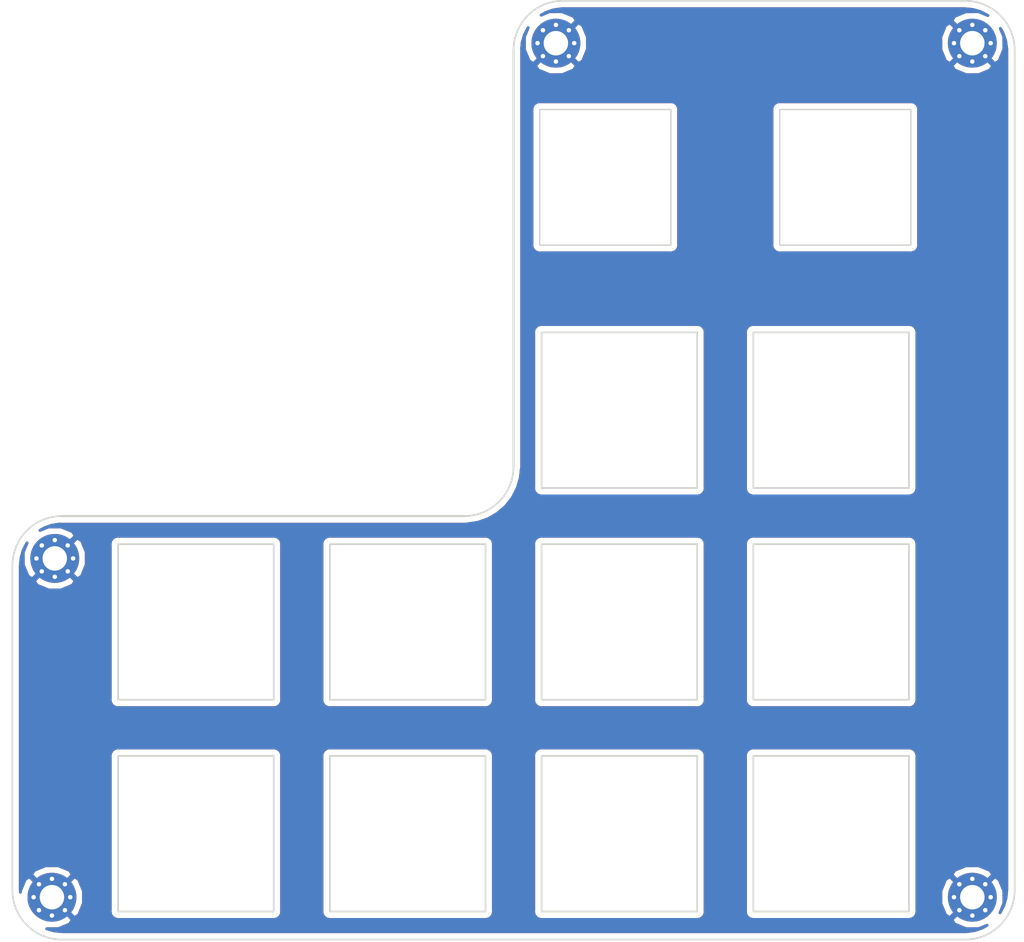
<source format=kicad_pcb>
(kicad_pcb (version 20171130) (host pcbnew 5.0.2-bee76a0~70~ubuntu18.04.1)

  (general
    (thickness 1.6)
    (drawings 14)
    (tracks 0)
    (zones 0)
    (modules 17)
    (nets 2)
  )

  (page A4)
  (layers
    (0 F.Cu signal)
    (31 B.Cu signal)
    (32 B.Adhes user)
    (33 F.Adhes user)
    (34 B.Paste user)
    (35 F.Paste user)
    (36 B.SilkS user)
    (37 F.SilkS user)
    (38 B.Mask user)
    (39 F.Mask user)
    (40 Dwgs.User user)
    (41 Cmts.User user)
    (42 Eco1.User user)
    (43 Eco2.User user)
    (44 Edge.Cuts user)
    (45 Margin user)
    (46 B.CrtYd user)
    (47 F.CrtYd user)
    (48 B.Fab user)
    (49 F.Fab user)
  )

  (setup
    (last_trace_width 0.25)
    (trace_clearance 0.2)
    (zone_clearance 0.508)
    (zone_45_only no)
    (trace_min 0.2)
    (segment_width 0.2)
    (edge_width 0.15)
    (via_size 0.8)
    (via_drill 0.4)
    (via_min_size 0.4)
    (via_min_drill 0.3)
    (uvia_size 0.3)
    (uvia_drill 0.1)
    (uvias_allowed no)
    (uvia_min_size 0.2)
    (uvia_min_drill 0.1)
    (pcb_text_width 0.3)
    (pcb_text_size 1.5 1.5)
    (mod_edge_width 0.15)
    (mod_text_size 1 1)
    (mod_text_width 0.15)
    (pad_size 4.8 4.8)
    (pad_drill 4.8)
    (pad_to_mask_clearance 0.051)
    (solder_mask_min_width 0.25)
    (aux_axis_origin 0 0)
    (visible_elements FFFFFF7F)
    (pcbplotparams
      (layerselection 0x010fc_ffffffff)
      (usegerberextensions false)
      (usegerberattributes false)
      (usegerberadvancedattributes false)
      (creategerberjobfile false)
      (excludeedgelayer true)
      (linewidth 0.100000)
      (plotframeref false)
      (viasonmask false)
      (mode 1)
      (useauxorigin false)
      (hpglpennumber 1)
      (hpglpenspeed 20)
      (hpglpendiameter 15.000000)
      (psnegative false)
      (psa4output false)
      (plotreference true)
      (plotvalue true)
      (plotinvisibletext false)
      (padsonsilk false)
      (subtractmaskfromsilk false)
      (outputformat 1)
      (mirror false)
      (drillshape 1)
      (scaleselection 1)
      (outputdirectory ""))
  )

  (net 0 "")
  (net 1 GND)

  (net_class Default "これはデフォルトのネット クラスです。"
    (clearance 0.2)
    (trace_width 0.25)
    (via_dia 0.8)
    (via_drill 0.4)
    (uvia_dia 0.3)
    (uvia_drill 0.1)
  )

  (net_class PWR ""
    (clearance 0.2)
    (trace_width 0.4)
    (via_dia 0.8)
    (via_drill 0.4)
    (uvia_dia 0.3)
    (uvia_drill 0.1)
    (add_net GND)
  )

  (module Mounting_Holes:MountingHole_2.2mm_M2_Pad_Via (layer F.Cu) (tedit 5E997000) (tstamp 5E955C36)
    (at 130.81 60.325)
    (descr "Mounting Hole 2.2mm, M2")
    (tags "mounting hole 2.2mm m2")
    (path /5E9D8165)
    (attr virtual)
    (fp_text reference J4 (at 0 -3.2) (layer F.SilkS) hide
      (effects (font (size 1 1) (thickness 0.15)))
    )
    (fp_text value Conn_01x01 (at 0 3.2) (layer F.Fab)
      (effects (font (size 1 1) (thickness 0.15)))
    )
    (fp_text user %R (at 0.3 0) (layer F.Fab)
      (effects (font (size 1 1) (thickness 0.15)))
    )
    (fp_circle (center 0 0) (end 2.2 0) (layer Cmts.User) (width 0.15))
    (fp_circle (center 0 0) (end 2.45 0) (layer F.CrtYd) (width 0.05))
    (pad 1 thru_hole circle (at 0 0) (size 4.4 4.4) (drill 2.2) (layers *.Cu *.Mask)
      (net 1 GND))
    (pad 1 thru_hole circle (at 1.65 0) (size 0.7 0.7) (drill 0.4) (layers *.Cu *.Mask)
      (net 1 GND))
    (pad 1 thru_hole circle (at 1.166726 1.166726) (size 0.7 0.7) (drill 0.4) (layers *.Cu *.Mask)
      (net 1 GND))
    (pad 1 thru_hole circle (at 0 1.65) (size 0.7 0.7) (drill 0.4) (layers *.Cu *.Mask)
      (net 1 GND))
    (pad 1 thru_hole circle (at -1.166726 1.166726) (size 0.7 0.7) (drill 0.4) (layers *.Cu *.Mask)
      (net 1 GND))
    (pad 1 thru_hole circle (at -1.65 0) (size 0.7 0.7) (drill 0.4) (layers *.Cu *.Mask)
      (net 1 GND))
    (pad 1 thru_hole circle (at -1.166726 -1.166726) (size 0.7 0.7) (drill 0.4) (layers *.Cu *.Mask)
      (net 1 GND))
    (pad 1 thru_hole circle (at 0 -1.65) (size 0.7 0.7) (drill 0.4) (layers *.Cu *.Mask)
      (net 1 GND))
    (pad 1 thru_hole circle (at 1.166726 -1.166726) (size 0.7 0.7) (drill 0.4) (layers *.Cu *.Mask)
      (net 1 GND))
  )

  (module Mounting_Holes:MountingHole_2.2mm_M2_Pad_Via (layer F.Cu) (tedit 5E996FEC) (tstamp 5E94E0DA)
    (at 130.81 137.16)
    (descr "Mounting Hole 2.2mm, M2")
    (tags "mounting hole 2.2mm m2")
    (path /5E9D816C)
    (attr virtual)
    (fp_text reference J3 (at 0 -3.2) (layer F.SilkS) hide
      (effects (font (size 1 1) (thickness 0.15)))
    )
    (fp_text value Conn_01x01 (at 0 3.2) (layer F.Fab)
      (effects (font (size 1 1) (thickness 0.15)))
    )
    (fp_text user %R (at 0.3 0) (layer F.Fab)
      (effects (font (size 1 1) (thickness 0.15)))
    )
    (fp_circle (center 0 0) (end 2.2 0) (layer Cmts.User) (width 0.15))
    (fp_circle (center 0 0) (end 2.45 0) (layer F.CrtYd) (width 0.05))
    (pad 1 thru_hole circle (at 0 0) (size 4.4 4.4) (drill 2.2) (layers *.Cu *.Mask)
      (net 1 GND))
    (pad 1 thru_hole circle (at 1.65 0) (size 0.7 0.7) (drill 0.4) (layers *.Cu *.Mask)
      (net 1 GND))
    (pad 1 thru_hole circle (at 1.166726 1.166726) (size 0.7 0.7) (drill 0.4) (layers *.Cu *.Mask)
      (net 1 GND))
    (pad 1 thru_hole circle (at 0 1.65) (size 0.7 0.7) (drill 0.4) (layers *.Cu *.Mask)
      (net 1 GND))
    (pad 1 thru_hole circle (at -1.166726 1.166726) (size 0.7 0.7) (drill 0.4) (layers *.Cu *.Mask)
      (net 1 GND))
    (pad 1 thru_hole circle (at -1.65 0) (size 0.7 0.7) (drill 0.4) (layers *.Cu *.Mask)
      (net 1 GND))
    (pad 1 thru_hole circle (at -1.166726 -1.166726) (size 0.7 0.7) (drill 0.4) (layers *.Cu *.Mask)
      (net 1 GND))
    (pad 1 thru_hole circle (at 0 -1.65) (size 0.7 0.7) (drill 0.4) (layers *.Cu *.Mask)
      (net 1 GND))
    (pad 1 thru_hole circle (at 1.166726 -1.166726) (size 0.7 0.7) (drill 0.4) (layers *.Cu *.Mask)
      (net 1 GND))
  )

  (module Mounting_Holes:MountingHole_2.2mm_M2_Pad_Via (layer F.Cu) (tedit 5E996FD0) (tstamp 5E94E0E4)
    (at 48.006 137.16)
    (descr "Mounting Hole 2.2mm, M2")
    (tags "mounting hole 2.2mm m2")
    (path /5E9D815E)
    (attr virtual)
    (fp_text reference J5 (at 0 -3.2) (layer F.SilkS) hide
      (effects (font (size 1 1) (thickness 0.15)))
    )
    (fp_text value Conn_01x01 (at 0 3.2) (layer F.Fab)
      (effects (font (size 1 1) (thickness 0.15)))
    )
    (fp_text user %R (at 0.3 0) (layer F.Fab)
      (effects (font (size 1 1) (thickness 0.15)))
    )
    (fp_circle (center 0 0) (end 2.2 0) (layer Cmts.User) (width 0.15))
    (fp_circle (center 0 0) (end 2.45 0) (layer F.CrtYd) (width 0.05))
    (pad 1 thru_hole circle (at 0 0) (size 4.4 4.4) (drill 2.2) (layers *.Cu *.Mask)
      (net 1 GND))
    (pad 1 thru_hole circle (at 1.65 0) (size 0.7 0.7) (drill 0.4) (layers *.Cu *.Mask)
      (net 1 GND))
    (pad 1 thru_hole circle (at 1.166726 1.166726) (size 0.7 0.7) (drill 0.4) (layers *.Cu *.Mask)
      (net 1 GND))
    (pad 1 thru_hole circle (at 0 1.65) (size 0.7 0.7) (drill 0.4) (layers *.Cu *.Mask)
      (net 1 GND))
    (pad 1 thru_hole circle (at -1.166726 1.166726) (size 0.7 0.7) (drill 0.4) (layers *.Cu *.Mask)
      (net 1 GND))
    (pad 1 thru_hole circle (at -1.65 0) (size 0.7 0.7) (drill 0.4) (layers *.Cu *.Mask)
      (net 1 GND))
    (pad 1 thru_hole circle (at -1.166726 -1.166726) (size 0.7 0.7) (drill 0.4) (layers *.Cu *.Mask)
      (net 1 GND))
    (pad 1 thru_hole circle (at 0 -1.65) (size 0.7 0.7) (drill 0.4) (layers *.Cu *.Mask)
      (net 1 GND))
    (pad 1 thru_hole circle (at 1.166726 -1.166726) (size 0.7 0.7) (drill 0.4) (layers *.Cu *.Mask)
      (net 1 GND))
  )

  (module Mounting_Holes:MountingHole_2.2mm_M2_Pad_Via (layer F.Cu) (tedit 5E996FF4) (tstamp 5E94F69B)
    (at 48.26 106.68)
    (descr "Mounting Hole 2.2mm, M2")
    (tags "mounting hole 2.2mm m2")
    (path /5EA4407E)
    (attr virtual)
    (fp_text reference J2 (at 0 -3.2) (layer F.SilkS) hide
      (effects (font (size 1 1) (thickness 0.15)))
    )
    (fp_text value Conn_01x01 (at 0 3.2) (layer F.Fab)
      (effects (font (size 1 1) (thickness 0.15)))
    )
    (fp_text user %R (at 0.3 0) (layer F.Fab)
      (effects (font (size 1 1) (thickness 0.15)))
    )
    (fp_circle (center 0 0) (end 2.2 0) (layer Cmts.User) (width 0.15))
    (fp_circle (center 0 0) (end 2.45 0) (layer F.CrtYd) (width 0.05))
    (pad 1 thru_hole circle (at 0 0) (size 4.4 4.4) (drill 2.2) (layers *.Cu *.Mask)
      (net 1 GND))
    (pad 1 thru_hole circle (at 1.65 0) (size 0.7 0.7) (drill 0.4) (layers *.Cu *.Mask)
      (net 1 GND))
    (pad 1 thru_hole circle (at 1.166726 1.166726) (size 0.7 0.7) (drill 0.4) (layers *.Cu *.Mask)
      (net 1 GND))
    (pad 1 thru_hole circle (at 0 1.65) (size 0.7 0.7) (drill 0.4) (layers *.Cu *.Mask)
      (net 1 GND))
    (pad 1 thru_hole circle (at -1.166726 1.166726) (size 0.7 0.7) (drill 0.4) (layers *.Cu *.Mask)
      (net 1 GND))
    (pad 1 thru_hole circle (at -1.65 0) (size 0.7 0.7) (drill 0.4) (layers *.Cu *.Mask)
      (net 1 GND))
    (pad 1 thru_hole circle (at -1.166726 -1.166726) (size 0.7 0.7) (drill 0.4) (layers *.Cu *.Mask)
      (net 1 GND))
    (pad 1 thru_hole circle (at 0 -1.65) (size 0.7 0.7) (drill 0.4) (layers *.Cu *.Mask)
      (net 1 GND))
    (pad 1 thru_hole circle (at 1.166726 -1.166726) (size 0.7 0.7) (drill 0.4) (layers *.Cu *.Mask)
      (net 1 GND))
  )

  (module Mounting_Holes:MountingHole_2.2mm_M2_Pad_Via (layer F.Cu) (tedit 5E996FFA) (tstamp 5E95821C)
    (at 93.345 60.325)
    (descr "Mounting Hole 2.2mm, M2")
    (tags "mounting hole 2.2mm m2")
    (path /5E9D8157)
    (attr virtual)
    (fp_text reference J6 (at 0 -3.2) (layer F.SilkS) hide
      (effects (font (size 1 1) (thickness 0.15)))
    )
    (fp_text value Conn_01x01 (at 0 3.2) (layer F.Fab)
      (effects (font (size 1 1) (thickness 0.15)))
    )
    (fp_text user %R (at 0.3 0) (layer F.Fab)
      (effects (font (size 1 1) (thickness 0.15)))
    )
    (fp_circle (center 0 0) (end 2.2 0) (layer Cmts.User) (width 0.15))
    (fp_circle (center 0 0) (end 2.45 0) (layer F.CrtYd) (width 0.05))
    (pad 1 thru_hole circle (at 0 0) (size 4.4 4.4) (drill 2.2) (layers *.Cu *.Mask)
      (net 1 GND))
    (pad 1 thru_hole circle (at 1.65 0) (size 0.7 0.7) (drill 0.4) (layers *.Cu *.Mask)
      (net 1 GND))
    (pad 1 thru_hole circle (at 1.166726 1.166726) (size 0.7 0.7) (drill 0.4) (layers *.Cu *.Mask)
      (net 1 GND))
    (pad 1 thru_hole circle (at 0 1.65) (size 0.7 0.7) (drill 0.4) (layers *.Cu *.Mask)
      (net 1 GND))
    (pad 1 thru_hole circle (at -1.166726 1.166726) (size 0.7 0.7) (drill 0.4) (layers *.Cu *.Mask)
      (net 1 GND))
    (pad 1 thru_hole circle (at -1.65 0) (size 0.7 0.7) (drill 0.4) (layers *.Cu *.Mask)
      (net 1 GND))
    (pad 1 thru_hole circle (at -1.166726 -1.166726) (size 0.7 0.7) (drill 0.4) (layers *.Cu *.Mask)
      (net 1 GND))
    (pad 1 thru_hole circle (at 0 -1.65) (size 0.7 0.7) (drill 0.4) (layers *.Cu *.Mask)
      (net 1 GND))
    (pad 1 thru_hole circle (at 1.166726 -1.166726) (size 0.7 0.7) (drill 0.4) (layers *.Cu *.Mask)
      (net 1 GND))
  )

  (module keyboard:RotaryEncoder_Cuts (layer F.Cu) (tedit 5E995800) (tstamp 5E93692B)
    (at 97.79 72.39 270)
    (descr "Alps rotary encoder, EC12E... with switch, vertical shaft, http://www.alps.com/prod/info/E/HTML/Encoder/Incremental/EC11/EC11E15204A3.html")
    (tags "rotary encoder")
    (path /5E933A55)
    (fp_text reference SW1 (at -4.7 -7.2 270) (layer F.Fab)
      (effects (font (size 1 1) (thickness 0.15)))
    )
    (fp_text value Rotary_Encoder_Switch (at 0 7.9 270) (layer F.Fab)
      (effects (font (size 1 1) (thickness 0.15)))
    )
    (fp_circle (center 0 0) (end 3 0) (layer F.Fab) (width 0.12))
    (fp_line (start 8.5 7.1) (end -9 7.1) (layer F.CrtYd) (width 0.05))
    (fp_line (start 8.5 7.1) (end 8.5 -7.1) (layer F.CrtYd) (width 0.05))
    (fp_line (start -9 -7.1) (end -9 7.1) (layer F.CrtYd) (width 0.05))
    (fp_line (start -9 -7.1) (end 8.5 -7.1) (layer F.CrtYd) (width 0.05))
    (fp_line (start -5 -5.8) (end 6 -5.8) (layer F.Fab) (width 0.12))
    (fp_line (start 6 -5.8) (end 6 5.8) (layer F.Fab) (width 0.12))
    (fp_line (start 6 5.8) (end -6 5.8) (layer F.Fab) (width 0.12))
    (fp_line (start -6 5.8) (end -6 -4.7) (layer F.Fab) (width 0.12))
    (fp_line (start -6 -4.7) (end -5 -5.8) (layer F.Fab) (width 0.12))
    (fp_line (start 6.1 5.9) (end -6.1 5.9) (layer Edge.Cuts) (width 0.12))
    (fp_line (start 6.1 -5.9) (end -6.1 -5.9) (layer Edge.Cuts) (width 0.12))
    (fp_line (start -6.1 -5.9) (end -6.1 5.9) (layer Edge.Cuts) (width 0.12))
    (fp_line (start 6.1 -5.9) (end 6.1 5.9) (layer Edge.Cuts) (width 0.12))
    (fp_line (start 0 -3) (end 0 3) (layer F.Fab) (width 0.12))
    (fp_line (start -3 0) (end 3 0) (layer F.Fab) (width 0.12))
    (fp_text user %R (at 3.6 3.8 270) (layer F.Fab)
      (effects (font (size 1 1) (thickness 0.15)))
    )
    (model ${KISYS3DMOD}/Rotary_Encoder.3dshapes/RotaryEncoder_Alps_EC11E-Switch_Vertical_H20mm.wrl
      (at (xyz 0 0 0))
      (scale (xyz 1 1 1))
      (rotate (xyz 0 0 0))
    )
  )

  (module keyboard:RotaryEncoder_Cuts (layer F.Cu) (tedit 5E995800) (tstamp 5E936951)
    (at 119.38 72.39 270)
    (descr "Alps rotary encoder, EC12E... with switch, vertical shaft, http://www.alps.com/prod/info/E/HTML/Encoder/Incremental/EC11/EC11E15204A3.html")
    (tags "rotary encoder")
    (path /5E933AE9)
    (fp_text reference SW2 (at -4.7 -7.2 270) (layer F.Fab)
      (effects (font (size 1 1) (thickness 0.15)))
    )
    (fp_text value Rotary_Encoder_Switch (at 0 7.9 270) (layer F.Fab)
      (effects (font (size 1 1) (thickness 0.15)))
    )
    (fp_circle (center 0 0) (end 3 0) (layer F.Fab) (width 0.12))
    (fp_line (start 8.5 7.1) (end -9 7.1) (layer F.CrtYd) (width 0.05))
    (fp_line (start 8.5 7.1) (end 8.5 -7.1) (layer F.CrtYd) (width 0.05))
    (fp_line (start -9 -7.1) (end -9 7.1) (layer F.CrtYd) (width 0.05))
    (fp_line (start -9 -7.1) (end 8.5 -7.1) (layer F.CrtYd) (width 0.05))
    (fp_line (start -5 -5.8) (end 6 -5.8) (layer F.Fab) (width 0.12))
    (fp_line (start 6 -5.8) (end 6 5.8) (layer F.Fab) (width 0.12))
    (fp_line (start 6 5.8) (end -6 5.8) (layer F.Fab) (width 0.12))
    (fp_line (start -6 5.8) (end -6 -4.7) (layer F.Fab) (width 0.12))
    (fp_line (start -6 -4.7) (end -5 -5.8) (layer F.Fab) (width 0.12))
    (fp_line (start 6.1 5.9) (end -6.1 5.9) (layer Edge.Cuts) (width 0.12))
    (fp_line (start 6.1 -5.9) (end -6.1 -5.9) (layer Edge.Cuts) (width 0.12))
    (fp_line (start -6.1 -5.9) (end -6.1 5.9) (layer Edge.Cuts) (width 0.12))
    (fp_line (start 6.1 -5.9) (end 6.1 5.9) (layer Edge.Cuts) (width 0.12))
    (fp_line (start 0 -3) (end 0 3) (layer F.Fab) (width 0.12))
    (fp_line (start -3 0) (end 3 0) (layer F.Fab) (width 0.12))
    (fp_text user %R (at 3.6 3.8 270) (layer F.Fab)
      (effects (font (size 1 1) (thickness 0.15)))
    )
    (model ${KISYS3DMOD}/Rotary_Encoder.3dshapes/RotaryEncoder_Alps_EC11E-Switch_Vertical_H20mm.wrl
      (at (xyz 0 0 0))
      (scale (xyz 1 1 1))
      (rotate (xyz 0 0 0))
    )
  )

  (module keyboard:Switch_Cuts (layer F.Cu) (tedit 5DEF9802) (tstamp 5E94CC0E)
    (at 118.11 93.345 180)
    (path /5E9341FB)
    (fp_text reference SW4 (at 7.1 8.2 180) (layer F.SilkS) hide
      (effects (font (size 1 1) (thickness 0.15)))
    )
    (fp_text value SW_PUSH (at -4.8 8.3 180) (layer F.Fab) hide
      (effects (font (size 1 1) (thickness 0.15)))
    )
    (fp_line (start -9.525 -9.525) (end 9.525 -9.525) (layer Dwgs.User) (width 0.15))
    (fp_line (start 9.525 -9.525) (end 9.525 9.525) (layer Dwgs.User) (width 0.15))
    (fp_line (start 9.525 9.525) (end -9.525 9.525) (layer Dwgs.User) (width 0.15))
    (fp_line (start -9.525 9.525) (end -9.525 -9.525) (layer Dwgs.User) (width 0.15))
    (fp_line (start -7 -7) (end -7 7) (layer Edge.Cuts) (width 0.15))
    (fp_line (start -7 7) (end 7 7) (layer Edge.Cuts) (width 0.15))
    (fp_line (start -7 -7) (end 7 -7) (layer Edge.Cuts) (width 0.15))
    (fp_line (start 7 -7) (end 7 7) (layer Edge.Cuts) (width 0.15))
  )

  (module keyboard:Switch_Cuts (layer F.Cu) (tedit 5DEF9802) (tstamp 5E94CBFA)
    (at 99.06 93.345 180)
    (path /5E9341EF)
    (fp_text reference SW3 (at 7.1 8.2 180) (layer F.SilkS) hide
      (effects (font (size 1 1) (thickness 0.15)))
    )
    (fp_text value SW_PUSH (at -4.8 8.3 180) (layer F.Fab) hide
      (effects (font (size 1 1) (thickness 0.15)))
    )
    (fp_line (start -9.525 -9.525) (end 9.525 -9.525) (layer Dwgs.User) (width 0.15))
    (fp_line (start 9.525 -9.525) (end 9.525 9.525) (layer Dwgs.User) (width 0.15))
    (fp_line (start 9.525 9.525) (end -9.525 9.525) (layer Dwgs.User) (width 0.15))
    (fp_line (start -9.525 9.525) (end -9.525 -9.525) (layer Dwgs.User) (width 0.15))
    (fp_line (start -7 -7) (end -7 7) (layer Edge.Cuts) (width 0.15))
    (fp_line (start -7 7) (end 7 7) (layer Edge.Cuts) (width 0.15))
    (fp_line (start -7 -7) (end 7 -7) (layer Edge.Cuts) (width 0.15))
    (fp_line (start 7 -7) (end 7 7) (layer Edge.Cuts) (width 0.15))
  )

  (module keyboard:Switch_Cuts (layer F.Cu) (tedit 5DEF9802) (tstamp 5E94CC22)
    (at 60.96 112.395 180)
    (path /5E93472D)
    (fp_text reference SW5 (at 7.1 8.2 180) (layer F.SilkS) hide
      (effects (font (size 1 1) (thickness 0.15)))
    )
    (fp_text value SW_PUSH (at -4.8 8.3 180) (layer F.Fab) hide
      (effects (font (size 1 1) (thickness 0.15)))
    )
    (fp_line (start -9.525 -9.525) (end 9.525 -9.525) (layer Dwgs.User) (width 0.15))
    (fp_line (start 9.525 -9.525) (end 9.525 9.525) (layer Dwgs.User) (width 0.15))
    (fp_line (start 9.525 9.525) (end -9.525 9.525) (layer Dwgs.User) (width 0.15))
    (fp_line (start -9.525 9.525) (end -9.525 -9.525) (layer Dwgs.User) (width 0.15))
    (fp_line (start -7 -7) (end -7 7) (layer Edge.Cuts) (width 0.15))
    (fp_line (start -7 7) (end 7 7) (layer Edge.Cuts) (width 0.15))
    (fp_line (start -7 -7) (end 7 -7) (layer Edge.Cuts) (width 0.15))
    (fp_line (start 7 -7) (end 7 7) (layer Edge.Cuts) (width 0.15))
  )

  (module keyboard:Switch_Cuts (layer F.Cu) (tedit 5DEF9802) (tstamp 5E94CC36)
    (at 80.01 112.395 180)
    (path /5E93473B)
    (fp_text reference SW6 (at 7.1 8.2 180) (layer F.SilkS) hide
      (effects (font (size 1 1) (thickness 0.15)))
    )
    (fp_text value SW_PUSH (at -4.8 8.3 180) (layer F.Fab) hide
      (effects (font (size 1 1) (thickness 0.15)))
    )
    (fp_line (start -9.525 -9.525) (end 9.525 -9.525) (layer Dwgs.User) (width 0.15))
    (fp_line (start 9.525 -9.525) (end 9.525 9.525) (layer Dwgs.User) (width 0.15))
    (fp_line (start 9.525 9.525) (end -9.525 9.525) (layer Dwgs.User) (width 0.15))
    (fp_line (start -9.525 9.525) (end -9.525 -9.525) (layer Dwgs.User) (width 0.15))
    (fp_line (start -7 -7) (end -7 7) (layer Edge.Cuts) (width 0.15))
    (fp_line (start -7 7) (end 7 7) (layer Edge.Cuts) (width 0.15))
    (fp_line (start -7 -7) (end 7 -7) (layer Edge.Cuts) (width 0.15))
    (fp_line (start 7 -7) (end 7 7) (layer Edge.Cuts) (width 0.15))
  )

  (module keyboard:Switch_Cuts (layer F.Cu) (tedit 5DEF9802) (tstamp 5E94CC4A)
    (at 99.06 112.395 180)
    (path /5E934749)
    (fp_text reference SW7 (at 7.1 8.2 180) (layer F.SilkS) hide
      (effects (font (size 1 1) (thickness 0.15)))
    )
    (fp_text value SW_PUSH (at -4.8 8.3 180) (layer F.Fab) hide
      (effects (font (size 1 1) (thickness 0.15)))
    )
    (fp_line (start -9.525 -9.525) (end 9.525 -9.525) (layer Dwgs.User) (width 0.15))
    (fp_line (start 9.525 -9.525) (end 9.525 9.525) (layer Dwgs.User) (width 0.15))
    (fp_line (start 9.525 9.525) (end -9.525 9.525) (layer Dwgs.User) (width 0.15))
    (fp_line (start -9.525 9.525) (end -9.525 -9.525) (layer Dwgs.User) (width 0.15))
    (fp_line (start -7 -7) (end -7 7) (layer Edge.Cuts) (width 0.15))
    (fp_line (start -7 7) (end 7 7) (layer Edge.Cuts) (width 0.15))
    (fp_line (start -7 -7) (end 7 -7) (layer Edge.Cuts) (width 0.15))
    (fp_line (start 7 -7) (end 7 7) (layer Edge.Cuts) (width 0.15))
  )

  (module keyboard:Switch_Cuts (layer F.Cu) (tedit 5DEF9802) (tstamp 5E94CC5E)
    (at 118.11 112.395 180)
    (path /5E934757)
    (fp_text reference SW8 (at 7.1 8.2 180) (layer F.SilkS) hide
      (effects (font (size 1 1) (thickness 0.15)))
    )
    (fp_text value SW_PUSH (at -4.8 8.3 180) (layer F.Fab) hide
      (effects (font (size 1 1) (thickness 0.15)))
    )
    (fp_line (start -9.525 -9.525) (end 9.525 -9.525) (layer Dwgs.User) (width 0.15))
    (fp_line (start 9.525 -9.525) (end 9.525 9.525) (layer Dwgs.User) (width 0.15))
    (fp_line (start 9.525 9.525) (end -9.525 9.525) (layer Dwgs.User) (width 0.15))
    (fp_line (start -9.525 9.525) (end -9.525 -9.525) (layer Dwgs.User) (width 0.15))
    (fp_line (start -7 -7) (end -7 7) (layer Edge.Cuts) (width 0.15))
    (fp_line (start -7 7) (end 7 7) (layer Edge.Cuts) (width 0.15))
    (fp_line (start -7 -7) (end 7 -7) (layer Edge.Cuts) (width 0.15))
    (fp_line (start 7 -7) (end 7 7) (layer Edge.Cuts) (width 0.15))
  )

  (module keyboard:Switch_Cuts (layer F.Cu) (tedit 5DEF9802) (tstamp 5E94CC72)
    (at 60.96 131.445 180)
    (path /5E934F99)
    (fp_text reference SW9 (at 7.1 8.2 180) (layer F.SilkS) hide
      (effects (font (size 1 1) (thickness 0.15)))
    )
    (fp_text value SW_PUSH (at -4.8 8.3 180) (layer F.Fab) hide
      (effects (font (size 1 1) (thickness 0.15)))
    )
    (fp_line (start -9.525 -9.525) (end 9.525 -9.525) (layer Dwgs.User) (width 0.15))
    (fp_line (start 9.525 -9.525) (end 9.525 9.525) (layer Dwgs.User) (width 0.15))
    (fp_line (start 9.525 9.525) (end -9.525 9.525) (layer Dwgs.User) (width 0.15))
    (fp_line (start -9.525 9.525) (end -9.525 -9.525) (layer Dwgs.User) (width 0.15))
    (fp_line (start -7 -7) (end -7 7) (layer Edge.Cuts) (width 0.15))
    (fp_line (start -7 7) (end 7 7) (layer Edge.Cuts) (width 0.15))
    (fp_line (start -7 -7) (end 7 -7) (layer Edge.Cuts) (width 0.15))
    (fp_line (start 7 -7) (end 7 7) (layer Edge.Cuts) (width 0.15))
  )

  (module keyboard:Switch_Cuts (layer F.Cu) (tedit 5DEF9802) (tstamp 5E94CC86)
    (at 80.01 131.445 180)
    (path /5E934FA7)
    (fp_text reference SW10 (at 7.1 8.2 180) (layer F.SilkS) hide
      (effects (font (size 1 1) (thickness 0.15)))
    )
    (fp_text value SW_PUSH (at -4.8 8.3 180) (layer F.Fab) hide
      (effects (font (size 1 1) (thickness 0.15)))
    )
    (fp_line (start -9.525 -9.525) (end 9.525 -9.525) (layer Dwgs.User) (width 0.15))
    (fp_line (start 9.525 -9.525) (end 9.525 9.525) (layer Dwgs.User) (width 0.15))
    (fp_line (start 9.525 9.525) (end -9.525 9.525) (layer Dwgs.User) (width 0.15))
    (fp_line (start -9.525 9.525) (end -9.525 -9.525) (layer Dwgs.User) (width 0.15))
    (fp_line (start -7 -7) (end -7 7) (layer Edge.Cuts) (width 0.15))
    (fp_line (start -7 7) (end 7 7) (layer Edge.Cuts) (width 0.15))
    (fp_line (start -7 -7) (end 7 -7) (layer Edge.Cuts) (width 0.15))
    (fp_line (start 7 -7) (end 7 7) (layer Edge.Cuts) (width 0.15))
  )

  (module keyboard:Switch_Cuts (layer F.Cu) (tedit 5DEF9802) (tstamp 5E94CC9A)
    (at 99.06 131.445 180)
    (path /5E934FB5)
    (fp_text reference SW11 (at 7.1 8.2 180) (layer F.SilkS) hide
      (effects (font (size 1 1) (thickness 0.15)))
    )
    (fp_text value SW_PUSH (at -4.8 8.3 180) (layer F.Fab) hide
      (effects (font (size 1 1) (thickness 0.15)))
    )
    (fp_line (start -9.525 -9.525) (end 9.525 -9.525) (layer Dwgs.User) (width 0.15))
    (fp_line (start 9.525 -9.525) (end 9.525 9.525) (layer Dwgs.User) (width 0.15))
    (fp_line (start 9.525 9.525) (end -9.525 9.525) (layer Dwgs.User) (width 0.15))
    (fp_line (start -9.525 9.525) (end -9.525 -9.525) (layer Dwgs.User) (width 0.15))
    (fp_line (start -7 -7) (end -7 7) (layer Edge.Cuts) (width 0.15))
    (fp_line (start -7 7) (end 7 7) (layer Edge.Cuts) (width 0.15))
    (fp_line (start -7 -7) (end 7 -7) (layer Edge.Cuts) (width 0.15))
    (fp_line (start 7 -7) (end 7 7) (layer Edge.Cuts) (width 0.15))
  )

  (module keyboard:Switch_Cuts (layer F.Cu) (tedit 5DEF9802) (tstamp 5E94CCAE)
    (at 118.11 131.445 180)
    (path /5E934FC3)
    (fp_text reference SW12 (at 7.1 8.2 180) (layer F.SilkS) hide
      (effects (font (size 1 1) (thickness 0.15)))
    )
    (fp_text value SW_PUSH (at -4.8 8.3 180) (layer F.Fab) hide
      (effects (font (size 1 1) (thickness 0.15)))
    )
    (fp_line (start -9.525 -9.525) (end 9.525 -9.525) (layer Dwgs.User) (width 0.15))
    (fp_line (start 9.525 -9.525) (end 9.525 9.525) (layer Dwgs.User) (width 0.15))
    (fp_line (start 9.525 9.525) (end -9.525 9.525) (layer Dwgs.User) (width 0.15))
    (fp_line (start -9.525 9.525) (end -9.525 -9.525) (layer Dwgs.User) (width 0.15))
    (fp_line (start -7 -7) (end -7 7) (layer Edge.Cuts) (width 0.15))
    (fp_line (start -7 7) (end 7 7) (layer Edge.Cuts) (width 0.15))
    (fp_line (start -7 -7) (end 7 -7) (layer Edge.Cuts) (width 0.15))
    (fp_line (start 7 -7) (end 7 7) (layer Edge.Cuts) (width 0.15))
  )

  (gr_text SLC-62 (at 108.585 102.87) (layer F.Mask) (tstamp 5E9A9E5F)
    (effects (font (size 2.5 2.5) (thickness 0.5)))
  )
  (gr_text "Google Developer Group Shinshu" (at 89.535 121.92) (layer F.Mask)
    (effects (font (size 2 2) (thickness 0.4)))
  )
  (gr_arc (start 85.09 98.425) (end 85.09 102.87) (angle -90) (layer Edge.Cuts) (width 0.15) (tstamp 5E99634E))
  (gr_arc (start 48.895 107.315) (end 48.895 102.87) (angle -90) (layer Edge.Cuts) (width 0.15) (tstamp 5E99634E))
  (gr_line (start 85.09 102.87) (end 48.895 102.87) (layer Edge.Cuts) (width 0.2))
  (gr_line (start 89.535 98.425) (end 89.535 60.96) (layer Edge.Cuts) (width 0.2))
  (gr_arc (start 93.98 60.96) (end 93.98 56.515) (angle -90) (layer Edge.Cuts) (width 0.15) (tstamp 5E93DC19))
  (gr_arc (start 130.175 60.96) (end 134.62 60.96) (angle -90) (layer Edge.Cuts) (width 0.15) (tstamp 5E93DC19))
  (gr_arc (start 130.175 136.525) (end 130.175 140.97) (angle -90) (layer Edge.Cuts) (width 0.15) (tstamp 5E93DC19))
  (gr_arc (start 48.895 136.525) (end 44.45 136.525) (angle -90) (layer Edge.Cuts) (width 0.15))
  (gr_line (start 93.98 56.515) (end 130.175 56.515) (layer Edge.Cuts) (width 0.15))
  (gr_line (start 44.45 136.525) (end 44.45 107.315) (layer Edge.Cuts) (width 0.15))
  (gr_line (start 130.175 140.97) (end 48.895 140.97) (layer Edge.Cuts) (width 0.15))
  (gr_line (start 134.62 136.525) (end 134.62 60.96) (layer Edge.Cuts) (width 0.15))

  (zone (net 1) (net_name GND) (layer B.Cu) (tstamp 0) (hatch edge 0.508)
    (connect_pads (clearance 0.508))
    (min_thickness 0.254)
    (fill yes (arc_segments 16) (thermal_gap 0.508) (thermal_bridge_width 0.508))
    (polygon
      (pts
        (xy 134.62 140.97) (xy 44.45 140.97) (xy 44.45 56.515) (xy 134.62 56.515)
      )
    )
    (filled_polygon
      (pts
        (xy 130.880659 57.29555) (xy 131.560861 57.495099) (xy 132.191057 57.819672) (xy 132.210017 57.834565) (xy 131.36064 57.487391)
        (xy 130.232819 57.49267) (xy 129.215368 57.914112) (xy 128.970223 58.305618) (xy 130.81 60.145395) (xy 130.824143 60.131253)
        (xy 131.003748 60.310858) (xy 130.989605 60.325) (xy 132.829382 62.164777) (xy 133.220888 61.919632) (xy 133.647609 60.87564)
        (xy 133.64233 59.747819) (xy 133.331801 58.998135) (xy 133.568066 59.406534) (xy 133.800603 60.076172) (xy 133.905943 60.802695)
        (xy 133.910001 60.968715) (xy 133.91 136.491211) (xy 133.83945 137.230659) (xy 133.639901 137.910862) (xy 133.315329 138.541056)
        (xy 133.300435 138.560017) (xy 133.647609 137.71064) (xy 133.64233 136.582819) (xy 133.220888 135.565368) (xy 132.829382 135.320223)
        (xy 130.989605 137.16) (xy 131.003748 137.174143) (xy 130.824143 137.353748) (xy 130.81 137.339605) (xy 128.970223 139.179382)
        (xy 129.215368 139.570888) (xy 130.25936 139.997609) (xy 131.387181 139.99233) (xy 132.136865 139.681801) (xy 131.728466 139.918066)
        (xy 131.058828 140.150603) (xy 130.332306 140.255943) (xy 130.166326 140.26) (xy 48.928789 140.26) (xy 48.189341 140.18945)
        (xy 47.534155 139.99724) (xy 48.583181 139.99233) (xy 49.600632 139.570888) (xy 49.845777 139.179382) (xy 48.006 137.339605)
        (xy 47.991858 137.353748) (xy 47.812253 137.174143) (xy 47.826395 137.16) (xy 48.185605 137.16) (xy 50.025382 138.999777)
        (xy 50.416888 138.754632) (xy 50.843609 137.71064) (xy 50.83833 136.582819) (xy 50.416888 135.565368) (xy 50.025382 135.320223)
        (xy 48.185605 137.16) (xy 47.826395 137.16) (xy 45.986618 135.320223) (xy 45.595112 135.565368) (xy 45.168391 136.60936)
        (xy 45.168888 136.71563) (xy 45.164057 136.682306) (xy 45.16 136.516326) (xy 45.16 135.140618) (xy 46.166223 135.140618)
        (xy 48.006 136.980395) (xy 49.845777 135.140618) (xy 49.600632 134.749112) (xy 48.55664 134.322391) (xy 47.428819 134.32767)
        (xy 46.411368 134.749112) (xy 46.166223 135.140618) (xy 45.16 135.140618) (xy 45.16 124.445) (xy 53.236091 124.445)
        (xy 53.250001 124.514931) (xy 53.25 138.375074) (xy 53.236091 138.445) (xy 53.291195 138.722028) (xy 53.448119 138.956881)
        (xy 53.649264 139.091282) (xy 53.682972 139.113805) (xy 53.96 139.168909) (xy 54.029925 139.155) (xy 67.890074 139.155)
        (xy 67.96 139.168909) (xy 68.029925 139.155) (xy 68.029926 139.155) (xy 68.237028 139.113805) (xy 68.471881 138.956881)
        (xy 68.628805 138.722028) (xy 68.683909 138.445) (xy 68.67 138.375074) (xy 68.67 124.514926) (xy 68.683909 124.445)
        (xy 72.286091 124.445) (xy 72.300001 124.514931) (xy 72.3 138.375074) (xy 72.286091 138.445) (xy 72.341195 138.722028)
        (xy 72.498119 138.956881) (xy 72.699264 139.091282) (xy 72.732972 139.113805) (xy 73.01 139.168909) (xy 73.079925 139.155)
        (xy 86.940074 139.155) (xy 87.01 139.168909) (xy 87.079925 139.155) (xy 87.079926 139.155) (xy 87.287028 139.113805)
        (xy 87.521881 138.956881) (xy 87.678805 138.722028) (xy 87.733909 138.445) (xy 87.72 138.375074) (xy 87.72 124.514926)
        (xy 87.733909 124.445) (xy 91.336091 124.445) (xy 91.350001 124.514931) (xy 91.35 138.375074) (xy 91.336091 138.445)
        (xy 91.391195 138.722028) (xy 91.548119 138.956881) (xy 91.749264 139.091282) (xy 91.782972 139.113805) (xy 92.06 139.168909)
        (xy 92.129925 139.155) (xy 105.990074 139.155) (xy 106.06 139.168909) (xy 106.129925 139.155) (xy 106.129926 139.155)
        (xy 106.337028 139.113805) (xy 106.571881 138.956881) (xy 106.728805 138.722028) (xy 106.783909 138.445) (xy 106.77 138.375074)
        (xy 106.77 124.514926) (xy 106.783909 124.445) (xy 110.386091 124.445) (xy 110.400001 124.514931) (xy 110.4 138.375074)
        (xy 110.386091 138.445) (xy 110.441195 138.722028) (xy 110.598119 138.956881) (xy 110.799264 139.091282) (xy 110.832972 139.113805)
        (xy 111.11 139.168909) (xy 111.179925 139.155) (xy 125.040074 139.155) (xy 125.11 139.168909) (xy 125.179925 139.155)
        (xy 125.179926 139.155) (xy 125.387028 139.113805) (xy 125.621881 138.956881) (xy 125.778805 138.722028) (xy 125.833909 138.445)
        (xy 125.82 138.375074) (xy 125.82 136.60936) (xy 127.972391 136.60936) (xy 127.97767 137.737181) (xy 128.399112 138.754632)
        (xy 128.790618 138.999777) (xy 130.630395 137.16) (xy 128.790618 135.320223) (xy 128.399112 135.565368) (xy 127.972391 136.60936)
        (xy 125.82 136.60936) (xy 125.82 135.140618) (xy 128.970223 135.140618) (xy 130.81 136.980395) (xy 132.649777 135.140618)
        (xy 132.404632 134.749112) (xy 131.36064 134.322391) (xy 130.232819 134.32767) (xy 129.215368 134.749112) (xy 128.970223 135.140618)
        (xy 125.82 135.140618) (xy 125.82 124.514926) (xy 125.833909 124.445) (xy 125.778805 124.167972) (xy 125.621881 123.933119)
        (xy 125.387028 123.776195) (xy 125.179926 123.735) (xy 125.11 123.721091) (xy 125.040075 123.735) (xy 111.179926 123.735)
        (xy 111.11 123.721091) (xy 111.040075 123.735) (xy 111.040074 123.735) (xy 110.832972 123.776195) (xy 110.598119 123.933119)
        (xy 110.441195 124.167972) (xy 110.386091 124.445) (xy 106.783909 124.445) (xy 106.728805 124.167972) (xy 106.571881 123.933119)
        (xy 106.337028 123.776195) (xy 106.129926 123.735) (xy 106.06 123.721091) (xy 105.990075 123.735) (xy 92.129926 123.735)
        (xy 92.06 123.721091) (xy 91.990075 123.735) (xy 91.990074 123.735) (xy 91.782972 123.776195) (xy 91.548119 123.933119)
        (xy 91.391195 124.167972) (xy 91.336091 124.445) (xy 87.733909 124.445) (xy 87.678805 124.167972) (xy 87.521881 123.933119)
        (xy 87.287028 123.776195) (xy 87.079926 123.735) (xy 87.01 123.721091) (xy 86.940075 123.735) (xy 73.079926 123.735)
        (xy 73.01 123.721091) (xy 72.940075 123.735) (xy 72.940074 123.735) (xy 72.732972 123.776195) (xy 72.498119 123.933119)
        (xy 72.341195 124.167972) (xy 72.286091 124.445) (xy 68.683909 124.445) (xy 68.628805 124.167972) (xy 68.471881 123.933119)
        (xy 68.237028 123.776195) (xy 68.029926 123.735) (xy 67.96 123.721091) (xy 67.890075 123.735) (xy 54.029926 123.735)
        (xy 53.96 123.721091) (xy 53.890075 123.735) (xy 53.890074 123.735) (xy 53.682972 123.776195) (xy 53.448119 123.933119)
        (xy 53.291195 124.167972) (xy 53.236091 124.445) (xy 45.16 124.445) (xy 45.16 108.699382) (xy 46.420223 108.699382)
        (xy 46.665368 109.090888) (xy 47.70936 109.517609) (xy 48.837181 109.51233) (xy 49.854632 109.090888) (xy 50.099777 108.699382)
        (xy 48.26 106.859605) (xy 46.420223 108.699382) (xy 45.16 108.699382) (xy 45.16 107.348789) (xy 45.23055 106.609341)
        (xy 45.430099 105.929139) (xy 45.754672 105.298943) (xy 45.769565 105.279983) (xy 45.422391 106.12936) (xy 45.42767 107.257181)
        (xy 45.849112 108.274632) (xy 46.240618 108.519777) (xy 48.080395 106.68) (xy 48.439605 106.68) (xy 50.279382 108.519777)
        (xy 50.670888 108.274632) (xy 51.097609 107.23064) (xy 51.09233 106.102819) (xy 50.799142 105.395) (xy 53.236091 105.395)
        (xy 53.250001 105.464931) (xy 53.25 119.325074) (xy 53.236091 119.395) (xy 53.291195 119.672028) (xy 53.448119 119.906881)
        (xy 53.682972 120.063805) (xy 53.96 120.118909) (xy 54.029925 120.105) (xy 67.890074 120.105) (xy 67.96 120.118909)
        (xy 68.029925 120.105) (xy 68.029926 120.105) (xy 68.237028 120.063805) (xy 68.471881 119.906881) (xy 68.628805 119.672028)
        (xy 68.683909 119.395) (xy 68.67 119.325074) (xy 68.67 105.464926) (xy 68.683909 105.395) (xy 72.286091 105.395)
        (xy 72.300001 105.464931) (xy 72.3 119.325074) (xy 72.286091 119.395) (xy 72.341195 119.672028) (xy 72.498119 119.906881)
        (xy 72.732972 120.063805) (xy 73.01 120.118909) (xy 73.079925 120.105) (xy 86.940074 120.105) (xy 87.01 120.118909)
        (xy 87.079925 120.105) (xy 87.079926 120.105) (xy 87.287028 120.063805) (xy 87.521881 119.906881) (xy 87.678805 119.672028)
        (xy 87.733909 119.395) (xy 87.72 119.325074) (xy 87.72 105.464926) (xy 87.733909 105.395) (xy 91.336091 105.395)
        (xy 91.350001 105.464931) (xy 91.35 119.325074) (xy 91.336091 119.395) (xy 91.391195 119.672028) (xy 91.548119 119.906881)
        (xy 91.782972 120.063805) (xy 92.06 120.118909) (xy 92.129925 120.105) (xy 105.990074 120.105) (xy 106.06 120.118909)
        (xy 106.129925 120.105) (xy 106.129926 120.105) (xy 106.337028 120.063805) (xy 106.571881 119.906881) (xy 106.728805 119.672028)
        (xy 106.783909 119.395) (xy 106.77 119.325074) (xy 106.77 105.464926) (xy 106.783909 105.395) (xy 110.386091 105.395)
        (xy 110.400001 105.464931) (xy 110.4 119.325074) (xy 110.386091 119.395) (xy 110.441195 119.672028) (xy 110.598119 119.906881)
        (xy 110.832972 120.063805) (xy 111.11 120.118909) (xy 111.179925 120.105) (xy 125.040074 120.105) (xy 125.11 120.118909)
        (xy 125.179925 120.105) (xy 125.179926 120.105) (xy 125.387028 120.063805) (xy 125.621881 119.906881) (xy 125.778805 119.672028)
        (xy 125.833909 119.395) (xy 125.82 119.325074) (xy 125.82 105.464926) (xy 125.833909 105.395) (xy 125.778805 105.117972)
        (xy 125.621881 104.883119) (xy 125.387028 104.726195) (xy 125.179926 104.685) (xy 125.11 104.671091) (xy 125.040075 104.685)
        (xy 111.179926 104.685) (xy 111.11 104.671091) (xy 111.040075 104.685) (xy 111.040074 104.685) (xy 110.832972 104.726195)
        (xy 110.598119 104.883119) (xy 110.441195 105.117972) (xy 110.386091 105.395) (xy 106.783909 105.395) (xy 106.728805 105.117972)
        (xy 106.571881 104.883119) (xy 106.337028 104.726195) (xy 106.129926 104.685) (xy 106.06 104.671091) (xy 105.990075 104.685)
        (xy 92.129926 104.685) (xy 92.06 104.671091) (xy 91.990075 104.685) (xy 91.990074 104.685) (xy 91.782972 104.726195)
        (xy 91.548119 104.883119) (xy 91.391195 105.117972) (xy 91.336091 105.395) (xy 87.733909 105.395) (xy 87.678805 105.117972)
        (xy 87.521881 104.883119) (xy 87.287028 104.726195) (xy 87.079926 104.685) (xy 87.01 104.671091) (xy 86.940075 104.685)
        (xy 73.079926 104.685) (xy 73.01 104.671091) (xy 72.940075 104.685) (xy 72.940074 104.685) (xy 72.732972 104.726195)
        (xy 72.498119 104.883119) (xy 72.341195 105.117972) (xy 72.286091 105.395) (xy 68.683909 105.395) (xy 68.628805 105.117972)
        (xy 68.471881 104.883119) (xy 68.237028 104.726195) (xy 68.029926 104.685) (xy 67.96 104.671091) (xy 67.890075 104.685)
        (xy 54.029926 104.685) (xy 53.96 104.671091) (xy 53.890075 104.685) (xy 53.890074 104.685) (xy 53.682972 104.726195)
        (xy 53.448119 104.883119) (xy 53.291195 105.117972) (xy 53.236091 105.395) (xy 50.799142 105.395) (xy 50.670888 105.085368)
        (xy 50.279382 104.840223) (xy 48.439605 106.68) (xy 48.080395 106.68) (xy 48.066253 106.665858) (xy 48.245858 106.486253)
        (xy 48.26 106.500395) (xy 50.099777 104.660618) (xy 49.854632 104.269112) (xy 48.81064 103.842391) (xy 47.682819 103.84767)
        (xy 46.933135 104.158199) (xy 47.341534 103.921934) (xy 48.011172 103.689397) (xy 48.725912 103.585765) (xy 48.822612 103.605)
        (xy 85.162388 103.605) (xy 85.314602 103.574723) (xy 85.324485 103.574481) (xy 85.332205 103.573554) (xy 85.339963 103.573933)
        (xy 85.409016 103.567346) (xy 86.244626 103.446189) (xy 86.276567 103.438402) (xy 86.309094 103.433773) (xy 86.375656 103.414247)
        (xy 87.173278 103.137266) (xy 87.203164 103.123583) (xy 87.234236 103.112884) (xy 87.295905 103.081123) (xy 88.026762 102.658311)
        (xy 88.053526 102.639221) (xy 88.082009 102.622842) (xy 88.136549 102.580001) (xy 88.13656 102.579993) (xy 88.136565 102.579988)
        (xy 88.774278 102.026609) (xy 88.796946 102.002806) (xy 88.821822 101.981333) (xy 88.867276 101.928952) (xy 88.867286 101.928942)
        (xy 88.86729 101.928937) (xy 89.388857 101.264951) (xy 89.406615 101.237289) (xy 89.426981 101.211502) (xy 89.461717 101.151459)
        (xy 89.848322 100.400822) (xy 89.860532 100.370295) (xy 89.875652 100.341125) (xy 89.898403 100.275612) (xy 89.898408 100.275599)
        (xy 89.898409 100.275593) (xy 90.136094 99.465396) (xy 90.14231 99.433116) (xy 90.151642 99.401612) (xy 90.161594 99.33298)
        (xy 90.161597 99.332962) (xy 90.161597 99.332953) (xy 90.219781 98.723117) (xy 90.227354 98.711783) (xy 90.27 98.497388)
        (xy 90.27 86.345) (xy 91.336091 86.345) (xy 91.350001 86.414931) (xy 91.35 100.275074) (xy 91.336091 100.345)
        (xy 91.391195 100.622028) (xy 91.548119 100.856881) (xy 91.693631 100.954109) (xy 91.782972 101.013805) (xy 92.06 101.068909)
        (xy 92.129925 101.055) (xy 105.990074 101.055) (xy 106.06 101.068909) (xy 106.129925 101.055) (xy 106.129926 101.055)
        (xy 106.337028 101.013805) (xy 106.571881 100.856881) (xy 106.728805 100.622028) (xy 106.783909 100.345) (xy 106.77 100.275074)
        (xy 106.77 86.414926) (xy 106.783909 86.345) (xy 110.386091 86.345) (xy 110.400001 86.414931) (xy 110.4 100.275074)
        (xy 110.386091 100.345) (xy 110.441195 100.622028) (xy 110.598119 100.856881) (xy 110.743631 100.954109) (xy 110.832972 101.013805)
        (xy 111.11 101.068909) (xy 111.179925 101.055) (xy 125.040074 101.055) (xy 125.11 101.068909) (xy 125.179925 101.055)
        (xy 125.179926 101.055) (xy 125.387028 101.013805) (xy 125.621881 100.856881) (xy 125.778805 100.622028) (xy 125.833909 100.345)
        (xy 125.82 100.275074) (xy 125.82 86.414926) (xy 125.833909 86.345) (xy 125.778805 86.067972) (xy 125.621881 85.833119)
        (xy 125.387028 85.676195) (xy 125.179926 85.635) (xy 125.11 85.621091) (xy 125.040075 85.635) (xy 111.179926 85.635)
        (xy 111.11 85.621091) (xy 111.040075 85.635) (xy 111.040074 85.635) (xy 110.832972 85.676195) (xy 110.598119 85.833119)
        (xy 110.441195 86.067972) (xy 110.386091 86.345) (xy 106.783909 86.345) (xy 106.728805 86.067972) (xy 106.571881 85.833119)
        (xy 106.337028 85.676195) (xy 106.129926 85.635) (xy 106.06 85.621091) (xy 105.990075 85.635) (xy 92.129926 85.635)
        (xy 92.06 85.621091) (xy 91.990075 85.635) (xy 91.990074 85.635) (xy 91.782972 85.676195) (xy 91.548119 85.833119)
        (xy 91.391195 86.067972) (xy 91.336091 86.345) (xy 90.27 86.345) (xy 90.27 66.29) (xy 91.181385 66.29)
        (xy 91.195001 66.358452) (xy 91.195 78.421553) (xy 91.181385 78.49) (xy 91.235325 78.761175) (xy 91.388934 78.991066)
        (xy 91.618825 79.144675) (xy 91.89 79.198615) (xy 91.958447 79.185) (xy 103.621553 79.185) (xy 103.69 79.198615)
        (xy 103.758447 79.185) (xy 103.961175 79.144675) (xy 104.191066 78.991066) (xy 104.344675 78.761175) (xy 104.398615 78.49)
        (xy 104.385 78.421553) (xy 104.385 66.358447) (xy 104.398615 66.29) (xy 112.771385 66.29) (xy 112.785001 66.358452)
        (xy 112.785 78.421553) (xy 112.771385 78.49) (xy 112.825325 78.761175) (xy 112.978934 78.991066) (xy 113.208825 79.144675)
        (xy 113.48 79.198615) (xy 113.548447 79.185) (xy 125.211553 79.185) (xy 125.28 79.198615) (xy 125.348447 79.185)
        (xy 125.551175 79.144675) (xy 125.781066 78.991066) (xy 125.934675 78.761175) (xy 125.988615 78.49) (xy 125.975 78.421553)
        (xy 125.975 66.358447) (xy 125.988615 66.29) (xy 125.934675 66.018825) (xy 125.781066 65.788934) (xy 125.551175 65.635325)
        (xy 125.348447 65.595) (xy 125.28 65.581385) (xy 125.211553 65.595) (xy 113.548447 65.595) (xy 113.48 65.581385)
        (xy 113.411553 65.595) (xy 113.208825 65.635325) (xy 112.978934 65.788934) (xy 112.825325 66.018825) (xy 112.771385 66.29)
        (xy 104.398615 66.29) (xy 104.344675 66.018825) (xy 104.191066 65.788934) (xy 103.961175 65.635325) (xy 103.758447 65.595)
        (xy 103.69 65.581385) (xy 103.621553 65.595) (xy 91.958447 65.595) (xy 91.89 65.581385) (xy 91.821553 65.595)
        (xy 91.618825 65.635325) (xy 91.388934 65.788934) (xy 91.235325 66.018825) (xy 91.181385 66.29) (xy 90.27 66.29)
        (xy 90.27 62.344382) (xy 91.505223 62.344382) (xy 91.750368 62.735888) (xy 92.79436 63.162609) (xy 93.922181 63.15733)
        (xy 94.939632 62.735888) (xy 95.184777 62.344382) (xy 128.970223 62.344382) (xy 129.215368 62.735888) (xy 130.25936 63.162609)
        (xy 131.387181 63.15733) (xy 132.404632 62.735888) (xy 132.649777 62.344382) (xy 130.81 60.504605) (xy 128.970223 62.344382)
        (xy 95.184777 62.344382) (xy 93.345 60.504605) (xy 91.505223 62.344382) (xy 90.27 62.344382) (xy 90.27 60.887612)
        (xy 90.259951 60.83709) (xy 90.31555 60.254341) (xy 90.515099 59.574139) (xy 90.839672 58.943943) (xy 90.854565 58.924983)
        (xy 90.507391 59.77436) (xy 90.51267 60.902181) (xy 90.934112 61.919632) (xy 91.325618 62.164777) (xy 93.165395 60.325)
        (xy 93.524605 60.325) (xy 95.364382 62.164777) (xy 95.755888 61.919632) (xy 96.182609 60.87564) (xy 96.177455 59.77436)
        (xy 127.972391 59.77436) (xy 127.97767 60.902181) (xy 128.399112 61.919632) (xy 128.790618 62.164777) (xy 130.630395 60.325)
        (xy 128.790618 58.485223) (xy 128.399112 58.730368) (xy 127.972391 59.77436) (xy 96.177455 59.77436) (xy 96.17733 59.747819)
        (xy 95.755888 58.730368) (xy 95.364382 58.485223) (xy 93.524605 60.325) (xy 93.165395 60.325) (xy 93.151253 60.310858)
        (xy 93.330858 60.131253) (xy 93.345 60.145395) (xy 95.184777 58.305618) (xy 94.939632 57.914112) (xy 93.89564 57.487391)
        (xy 92.767819 57.49267) (xy 92.018135 57.803199) (xy 92.426534 57.566934) (xy 93.096172 57.334397) (xy 93.822695 57.229057)
        (xy 93.988674 57.225) (xy 130.141211 57.225)
      )
    )
  )
  (zone (net 1) (net_name GND) (layer F.Cu) (tstamp 0) (hatch edge 0.508)
    (connect_pads (clearance 0.508))
    (min_thickness 0.254)
    (fill yes (arc_segments 16) (thermal_gap 0.508) (thermal_bridge_width 0.508))
    (polygon
      (pts
        (xy 134.62 140.97) (xy 44.45 140.97) (xy 44.45 56.515) (xy 134.62 56.515)
      )
    )
    (filled_polygon
      (pts
        (xy 130.880659 57.29555) (xy 131.560861 57.495099) (xy 132.191057 57.819672) (xy 132.210017 57.834565) (xy 131.36064 57.487391)
        (xy 130.232819 57.49267) (xy 129.215368 57.914112) (xy 128.970223 58.305618) (xy 130.81 60.145395) (xy 130.824143 60.131253)
        (xy 131.003748 60.310858) (xy 130.989605 60.325) (xy 132.829382 62.164777) (xy 133.220888 61.919632) (xy 133.647609 60.87564)
        (xy 133.64233 59.747819) (xy 133.331801 58.998135) (xy 133.568066 59.406534) (xy 133.800603 60.076172) (xy 133.905943 60.802695)
        (xy 133.910001 60.968715) (xy 133.91 136.491211) (xy 133.83945 137.230659) (xy 133.639901 137.910862) (xy 133.315329 138.541056)
        (xy 133.300435 138.560017) (xy 133.647609 137.71064) (xy 133.64233 136.582819) (xy 133.220888 135.565368) (xy 132.829382 135.320223)
        (xy 130.989605 137.16) (xy 131.003748 137.174143) (xy 130.824143 137.353748) (xy 130.81 137.339605) (xy 128.970223 139.179382)
        (xy 129.215368 139.570888) (xy 130.25936 139.997609) (xy 131.387181 139.99233) (xy 132.136865 139.681801) (xy 131.728466 139.918066)
        (xy 131.058828 140.150603) (xy 130.332306 140.255943) (xy 130.166326 140.26) (xy 48.928789 140.26) (xy 48.189341 140.18945)
        (xy 47.534155 139.99724) (xy 48.583181 139.99233) (xy 49.600632 139.570888) (xy 49.845777 139.179382) (xy 48.006 137.339605)
        (xy 47.991858 137.353748) (xy 47.812253 137.174143) (xy 47.826395 137.16) (xy 48.185605 137.16) (xy 50.025382 138.999777)
        (xy 50.416888 138.754632) (xy 50.843609 137.71064) (xy 50.83833 136.582819) (xy 50.416888 135.565368) (xy 50.025382 135.320223)
        (xy 48.185605 137.16) (xy 47.826395 137.16) (xy 45.986618 135.320223) (xy 45.595112 135.565368) (xy 45.168391 136.60936)
        (xy 45.168888 136.71563) (xy 45.164057 136.682306) (xy 45.16 136.516326) (xy 45.16 135.140618) (xy 46.166223 135.140618)
        (xy 48.006 136.980395) (xy 49.845777 135.140618) (xy 49.600632 134.749112) (xy 48.55664 134.322391) (xy 47.428819 134.32767)
        (xy 46.411368 134.749112) (xy 46.166223 135.140618) (xy 45.16 135.140618) (xy 45.16 124.445) (xy 53.236091 124.445)
        (xy 53.250001 124.514931) (xy 53.25 138.375074) (xy 53.236091 138.445) (xy 53.291195 138.722028) (xy 53.448119 138.956881)
        (xy 53.649264 139.091282) (xy 53.682972 139.113805) (xy 53.96 139.168909) (xy 54.029925 139.155) (xy 67.890074 139.155)
        (xy 67.96 139.168909) (xy 68.029925 139.155) (xy 68.029926 139.155) (xy 68.237028 139.113805) (xy 68.471881 138.956881)
        (xy 68.628805 138.722028) (xy 68.683909 138.445) (xy 68.67 138.375074) (xy 68.67 124.514926) (xy 68.683909 124.445)
        (xy 72.286091 124.445) (xy 72.300001 124.514931) (xy 72.3 138.375074) (xy 72.286091 138.445) (xy 72.341195 138.722028)
        (xy 72.498119 138.956881) (xy 72.699264 139.091282) (xy 72.732972 139.113805) (xy 73.01 139.168909) (xy 73.079925 139.155)
        (xy 86.940074 139.155) (xy 87.01 139.168909) (xy 87.079925 139.155) (xy 87.079926 139.155) (xy 87.287028 139.113805)
        (xy 87.521881 138.956881) (xy 87.678805 138.722028) (xy 87.733909 138.445) (xy 87.72 138.375074) (xy 87.72 124.514926)
        (xy 87.733909 124.445) (xy 91.336091 124.445) (xy 91.350001 124.514931) (xy 91.35 138.375074) (xy 91.336091 138.445)
        (xy 91.391195 138.722028) (xy 91.548119 138.956881) (xy 91.749264 139.091282) (xy 91.782972 139.113805) (xy 92.06 139.168909)
        (xy 92.129925 139.155) (xy 105.990074 139.155) (xy 106.06 139.168909) (xy 106.129925 139.155) (xy 106.129926 139.155)
        (xy 106.337028 139.113805) (xy 106.571881 138.956881) (xy 106.728805 138.722028) (xy 106.783909 138.445) (xy 106.77 138.375074)
        (xy 106.77 124.514926) (xy 106.783909 124.445) (xy 110.386091 124.445) (xy 110.400001 124.514931) (xy 110.4 138.375074)
        (xy 110.386091 138.445) (xy 110.441195 138.722028) (xy 110.598119 138.956881) (xy 110.799264 139.091282) (xy 110.832972 139.113805)
        (xy 111.11 139.168909) (xy 111.179925 139.155) (xy 125.040074 139.155) (xy 125.11 139.168909) (xy 125.179925 139.155)
        (xy 125.179926 139.155) (xy 125.387028 139.113805) (xy 125.621881 138.956881) (xy 125.778805 138.722028) (xy 125.833909 138.445)
        (xy 125.82 138.375074) (xy 125.82 136.60936) (xy 127.972391 136.60936) (xy 127.97767 137.737181) (xy 128.399112 138.754632)
        (xy 128.790618 138.999777) (xy 130.630395 137.16) (xy 128.790618 135.320223) (xy 128.399112 135.565368) (xy 127.972391 136.60936)
        (xy 125.82 136.60936) (xy 125.82 135.140618) (xy 128.970223 135.140618) (xy 130.81 136.980395) (xy 132.649777 135.140618)
        (xy 132.404632 134.749112) (xy 131.36064 134.322391) (xy 130.232819 134.32767) (xy 129.215368 134.749112) (xy 128.970223 135.140618)
        (xy 125.82 135.140618) (xy 125.82 124.514926) (xy 125.833909 124.445) (xy 125.778805 124.167972) (xy 125.621881 123.933119)
        (xy 125.387028 123.776195) (xy 125.179926 123.735) (xy 125.11 123.721091) (xy 125.040075 123.735) (xy 111.179926 123.735)
        (xy 111.11 123.721091) (xy 111.040075 123.735) (xy 111.040074 123.735) (xy 110.832972 123.776195) (xy 110.598119 123.933119)
        (xy 110.441195 124.167972) (xy 110.386091 124.445) (xy 106.783909 124.445) (xy 106.728805 124.167972) (xy 106.571881 123.933119)
        (xy 106.337028 123.776195) (xy 106.129926 123.735) (xy 106.06 123.721091) (xy 105.990075 123.735) (xy 92.129926 123.735)
        (xy 92.06 123.721091) (xy 91.990075 123.735) (xy 91.990074 123.735) (xy 91.782972 123.776195) (xy 91.548119 123.933119)
        (xy 91.391195 124.167972) (xy 91.336091 124.445) (xy 87.733909 124.445) (xy 87.678805 124.167972) (xy 87.521881 123.933119)
        (xy 87.287028 123.776195) (xy 87.079926 123.735) (xy 87.01 123.721091) (xy 86.940075 123.735) (xy 73.079926 123.735)
        (xy 73.01 123.721091) (xy 72.940075 123.735) (xy 72.940074 123.735) (xy 72.732972 123.776195) (xy 72.498119 123.933119)
        (xy 72.341195 124.167972) (xy 72.286091 124.445) (xy 68.683909 124.445) (xy 68.628805 124.167972) (xy 68.471881 123.933119)
        (xy 68.237028 123.776195) (xy 68.029926 123.735) (xy 67.96 123.721091) (xy 67.890075 123.735) (xy 54.029926 123.735)
        (xy 53.96 123.721091) (xy 53.890075 123.735) (xy 53.890074 123.735) (xy 53.682972 123.776195) (xy 53.448119 123.933119)
        (xy 53.291195 124.167972) (xy 53.236091 124.445) (xy 45.16 124.445) (xy 45.16 108.699382) (xy 46.420223 108.699382)
        (xy 46.665368 109.090888) (xy 47.70936 109.517609) (xy 48.837181 109.51233) (xy 49.854632 109.090888) (xy 50.099777 108.699382)
        (xy 48.26 106.859605) (xy 46.420223 108.699382) (xy 45.16 108.699382) (xy 45.16 107.348789) (xy 45.23055 106.609341)
        (xy 45.430099 105.929139) (xy 45.754672 105.298943) (xy 45.769565 105.279983) (xy 45.422391 106.12936) (xy 45.42767 107.257181)
        (xy 45.849112 108.274632) (xy 46.240618 108.519777) (xy 48.080395 106.68) (xy 48.439605 106.68) (xy 50.279382 108.519777)
        (xy 50.670888 108.274632) (xy 51.097609 107.23064) (xy 51.09233 106.102819) (xy 50.799142 105.395) (xy 53.236091 105.395)
        (xy 53.250001 105.464931) (xy 53.25 119.325074) (xy 53.236091 119.395) (xy 53.291195 119.672028) (xy 53.448119 119.906881)
        (xy 53.682972 120.063805) (xy 53.96 120.118909) (xy 54.029925 120.105) (xy 67.890074 120.105) (xy 67.96 120.118909)
        (xy 68.029925 120.105) (xy 68.029926 120.105) (xy 68.237028 120.063805) (xy 68.471881 119.906881) (xy 68.628805 119.672028)
        (xy 68.683909 119.395) (xy 68.67 119.325074) (xy 68.67 105.464926) (xy 68.683909 105.395) (xy 72.286091 105.395)
        (xy 72.300001 105.464931) (xy 72.3 119.325074) (xy 72.286091 119.395) (xy 72.341195 119.672028) (xy 72.498119 119.906881)
        (xy 72.732972 120.063805) (xy 73.01 120.118909) (xy 73.079925 120.105) (xy 86.940074 120.105) (xy 87.01 120.118909)
        (xy 87.079925 120.105) (xy 87.079926 120.105) (xy 87.287028 120.063805) (xy 87.521881 119.906881) (xy 87.678805 119.672028)
        (xy 87.733909 119.395) (xy 87.72 119.325074) (xy 87.72 105.464926) (xy 87.733909 105.395) (xy 91.336091 105.395)
        (xy 91.350001 105.464931) (xy 91.35 119.325074) (xy 91.336091 119.395) (xy 91.391195 119.672028) (xy 91.548119 119.906881)
        (xy 91.782972 120.063805) (xy 92.06 120.118909) (xy 92.129925 120.105) (xy 105.990074 120.105) (xy 106.06 120.118909)
        (xy 106.129925 120.105) (xy 106.129926 120.105) (xy 106.337028 120.063805) (xy 106.571881 119.906881) (xy 106.728805 119.672028)
        (xy 106.783909 119.395) (xy 106.77 119.325074) (xy 106.77 105.464926) (xy 106.783909 105.395) (xy 110.386091 105.395)
        (xy 110.400001 105.464931) (xy 110.4 119.325074) (xy 110.386091 119.395) (xy 110.441195 119.672028) (xy 110.598119 119.906881)
        (xy 110.832972 120.063805) (xy 111.11 120.118909) (xy 111.179925 120.105) (xy 125.040074 120.105) (xy 125.11 120.118909)
        (xy 125.179925 120.105) (xy 125.179926 120.105) (xy 125.387028 120.063805) (xy 125.621881 119.906881) (xy 125.778805 119.672028)
        (xy 125.833909 119.395) (xy 125.82 119.325074) (xy 125.82 105.464926) (xy 125.833909 105.395) (xy 125.778805 105.117972)
        (xy 125.621881 104.883119) (xy 125.387028 104.726195) (xy 125.179926 104.685) (xy 125.11 104.671091) (xy 125.040075 104.685)
        (xy 111.179926 104.685) (xy 111.11 104.671091) (xy 111.040075 104.685) (xy 111.040074 104.685) (xy 110.832972 104.726195)
        (xy 110.598119 104.883119) (xy 110.441195 105.117972) (xy 110.386091 105.395) (xy 106.783909 105.395) (xy 106.728805 105.117972)
        (xy 106.571881 104.883119) (xy 106.337028 104.726195) (xy 106.129926 104.685) (xy 106.06 104.671091) (xy 105.990075 104.685)
        (xy 92.129926 104.685) (xy 92.06 104.671091) (xy 91.990075 104.685) (xy 91.990074 104.685) (xy 91.782972 104.726195)
        (xy 91.548119 104.883119) (xy 91.391195 105.117972) (xy 91.336091 105.395) (xy 87.733909 105.395) (xy 87.678805 105.117972)
        (xy 87.521881 104.883119) (xy 87.287028 104.726195) (xy 87.079926 104.685) (xy 87.01 104.671091) (xy 86.940075 104.685)
        (xy 73.079926 104.685) (xy 73.01 104.671091) (xy 72.940075 104.685) (xy 72.940074 104.685) (xy 72.732972 104.726195)
        (xy 72.498119 104.883119) (xy 72.341195 105.117972) (xy 72.286091 105.395) (xy 68.683909 105.395) (xy 68.628805 105.117972)
        (xy 68.471881 104.883119) (xy 68.237028 104.726195) (xy 68.029926 104.685) (xy 67.96 104.671091) (xy 67.890075 104.685)
        (xy 54.029926 104.685) (xy 53.96 104.671091) (xy 53.890075 104.685) (xy 53.890074 104.685) (xy 53.682972 104.726195)
        (xy 53.448119 104.883119) (xy 53.291195 105.117972) (xy 53.236091 105.395) (xy 50.799142 105.395) (xy 50.670888 105.085368)
        (xy 50.279382 104.840223) (xy 48.439605 106.68) (xy 48.080395 106.68) (xy 48.066253 106.665858) (xy 48.245858 106.486253)
        (xy 48.26 106.500395) (xy 50.099777 104.660618) (xy 49.854632 104.269112) (xy 48.81064 103.842391) (xy 47.682819 103.84767)
        (xy 46.933135 104.158199) (xy 47.341534 103.921934) (xy 48.011172 103.689397) (xy 48.725912 103.585765) (xy 48.822612 103.605)
        (xy 85.162388 103.605) (xy 85.314602 103.574723) (xy 85.324485 103.574481) (xy 85.332205 103.573554) (xy 85.339963 103.573933)
        (xy 85.409016 103.567346) (xy 86.244626 103.446189) (xy 86.276567 103.438402) (xy 86.309094 103.433773) (xy 86.375656 103.414247)
        (xy 87.173278 103.137266) (xy 87.203164 103.123583) (xy 87.234236 103.112884) (xy 87.295905 103.081123) (xy 88.026762 102.658311)
        (xy 88.053526 102.639221) (xy 88.082009 102.622842) (xy 88.136549 102.580001) (xy 88.13656 102.579993) (xy 88.136565 102.579988)
        (xy 88.774278 102.026609) (xy 88.796946 102.002806) (xy 88.821822 101.981333) (xy 88.867276 101.928952) (xy 88.867286 101.928942)
        (xy 88.86729 101.928937) (xy 89.388857 101.264951) (xy 89.406615 101.237289) (xy 89.426981 101.211502) (xy 89.461717 101.151459)
        (xy 89.848322 100.400822) (xy 89.860532 100.370295) (xy 89.875652 100.341125) (xy 89.898403 100.275612) (xy 89.898408 100.275599)
        (xy 89.898409 100.275593) (xy 90.136094 99.465396) (xy 90.14231 99.433116) (xy 90.151642 99.401612) (xy 90.161594 99.33298)
        (xy 90.161597 99.332962) (xy 90.161597 99.332953) (xy 90.219781 98.723117) (xy 90.227354 98.711783) (xy 90.27 98.497388)
        (xy 90.27 86.345) (xy 91.336091 86.345) (xy 91.350001 86.414931) (xy 91.35 100.275074) (xy 91.336091 100.345)
        (xy 91.391195 100.622028) (xy 91.548119 100.856881) (xy 91.693631 100.954109) (xy 91.782972 101.013805) (xy 92.06 101.068909)
        (xy 92.129925 101.055) (xy 105.990074 101.055) (xy 106.06 101.068909) (xy 106.129925 101.055) (xy 106.129926 101.055)
        (xy 106.337028 101.013805) (xy 106.571881 100.856881) (xy 106.728805 100.622028) (xy 106.783909 100.345) (xy 106.77 100.275074)
        (xy 106.77 86.414926) (xy 106.783909 86.345) (xy 110.386091 86.345) (xy 110.400001 86.414931) (xy 110.4 100.275074)
        (xy 110.386091 100.345) (xy 110.441195 100.622028) (xy 110.598119 100.856881) (xy 110.743631 100.954109) (xy 110.832972 101.013805)
        (xy 111.11 101.068909) (xy 111.179925 101.055) (xy 125.040074 101.055) (xy 125.11 101.068909) (xy 125.179925 101.055)
        (xy 125.179926 101.055) (xy 125.387028 101.013805) (xy 125.621881 100.856881) (xy 125.778805 100.622028) (xy 125.833909 100.345)
        (xy 125.82 100.275074) (xy 125.82 86.414926) (xy 125.833909 86.345) (xy 125.778805 86.067972) (xy 125.621881 85.833119)
        (xy 125.387028 85.676195) (xy 125.179926 85.635) (xy 125.11 85.621091) (xy 125.040075 85.635) (xy 111.179926 85.635)
        (xy 111.11 85.621091) (xy 111.040075 85.635) (xy 111.040074 85.635) (xy 110.832972 85.676195) (xy 110.598119 85.833119)
        (xy 110.441195 86.067972) (xy 110.386091 86.345) (xy 106.783909 86.345) (xy 106.728805 86.067972) (xy 106.571881 85.833119)
        (xy 106.337028 85.676195) (xy 106.129926 85.635) (xy 106.06 85.621091) (xy 105.990075 85.635) (xy 92.129926 85.635)
        (xy 92.06 85.621091) (xy 91.990075 85.635) (xy 91.990074 85.635) (xy 91.782972 85.676195) (xy 91.548119 85.833119)
        (xy 91.391195 86.067972) (xy 91.336091 86.345) (xy 90.27 86.345) (xy 90.27 66.29) (xy 91.181385 66.29)
        (xy 91.195001 66.358452) (xy 91.195 78.421553) (xy 91.181385 78.49) (xy 91.235325 78.761175) (xy 91.388934 78.991066)
        (xy 91.618825 79.144675) (xy 91.89 79.198615) (xy 91.958447 79.185) (xy 103.621553 79.185) (xy 103.69 79.198615)
        (xy 103.758447 79.185) (xy 103.961175 79.144675) (xy 104.191066 78.991066) (xy 104.344675 78.761175) (xy 104.398615 78.49)
        (xy 104.385 78.421553) (xy 104.385 66.358447) (xy 104.398615 66.29) (xy 112.771385 66.29) (xy 112.785001 66.358452)
        (xy 112.785 78.421553) (xy 112.771385 78.49) (xy 112.825325 78.761175) (xy 112.978934 78.991066) (xy 113.208825 79.144675)
        (xy 113.48 79.198615) (xy 113.548447 79.185) (xy 125.211553 79.185) (xy 125.28 79.198615) (xy 125.348447 79.185)
        (xy 125.551175 79.144675) (xy 125.781066 78.991066) (xy 125.934675 78.761175) (xy 125.988615 78.49) (xy 125.975 78.421553)
        (xy 125.975 66.358447) (xy 125.988615 66.29) (xy 125.934675 66.018825) (xy 125.781066 65.788934) (xy 125.551175 65.635325)
        (xy 125.348447 65.595) (xy 125.28 65.581385) (xy 125.211553 65.595) (xy 113.548447 65.595) (xy 113.48 65.581385)
        (xy 113.411553 65.595) (xy 113.208825 65.635325) (xy 112.978934 65.788934) (xy 112.825325 66.018825) (xy 112.771385 66.29)
        (xy 104.398615 66.29) (xy 104.344675 66.018825) (xy 104.191066 65.788934) (xy 103.961175 65.635325) (xy 103.758447 65.595)
        (xy 103.69 65.581385) (xy 103.621553 65.595) (xy 91.958447 65.595) (xy 91.89 65.581385) (xy 91.821553 65.595)
        (xy 91.618825 65.635325) (xy 91.388934 65.788934) (xy 91.235325 66.018825) (xy 91.181385 66.29) (xy 90.27 66.29)
        (xy 90.27 62.344382) (xy 91.505223 62.344382) (xy 91.750368 62.735888) (xy 92.79436 63.162609) (xy 93.922181 63.15733)
        (xy 94.939632 62.735888) (xy 95.184777 62.344382) (xy 128.970223 62.344382) (xy 129.215368 62.735888) (xy 130.25936 63.162609)
        (xy 131.387181 63.15733) (xy 132.404632 62.735888) (xy 132.649777 62.344382) (xy 130.81 60.504605) (xy 128.970223 62.344382)
        (xy 95.184777 62.344382) (xy 93.345 60.504605) (xy 91.505223 62.344382) (xy 90.27 62.344382) (xy 90.27 60.887612)
        (xy 90.259951 60.83709) (xy 90.31555 60.254341) (xy 90.515099 59.574139) (xy 90.839672 58.943943) (xy 90.854565 58.924983)
        (xy 90.507391 59.77436) (xy 90.51267 60.902181) (xy 90.934112 61.919632) (xy 91.325618 62.164777) (xy 93.165395 60.325)
        (xy 93.524605 60.325) (xy 95.364382 62.164777) (xy 95.755888 61.919632) (xy 96.182609 60.87564) (xy 96.177455 59.77436)
        (xy 127.972391 59.77436) (xy 127.97767 60.902181) (xy 128.399112 61.919632) (xy 128.790618 62.164777) (xy 130.630395 60.325)
        (xy 128.790618 58.485223) (xy 128.399112 58.730368) (xy 127.972391 59.77436) (xy 96.177455 59.77436) (xy 96.17733 59.747819)
        (xy 95.755888 58.730368) (xy 95.364382 58.485223) (xy 93.524605 60.325) (xy 93.165395 60.325) (xy 93.151253 60.310858)
        (xy 93.330858 60.131253) (xy 93.345 60.145395) (xy 95.184777 58.305618) (xy 94.939632 57.914112) (xy 93.89564 57.487391)
        (xy 92.767819 57.49267) (xy 92.018135 57.803199) (xy 92.426534 57.566934) (xy 93.096172 57.334397) (xy 93.822695 57.229057)
        (xy 93.988674 57.225) (xy 130.141211 57.225)
      )
    )
  )
)

</source>
